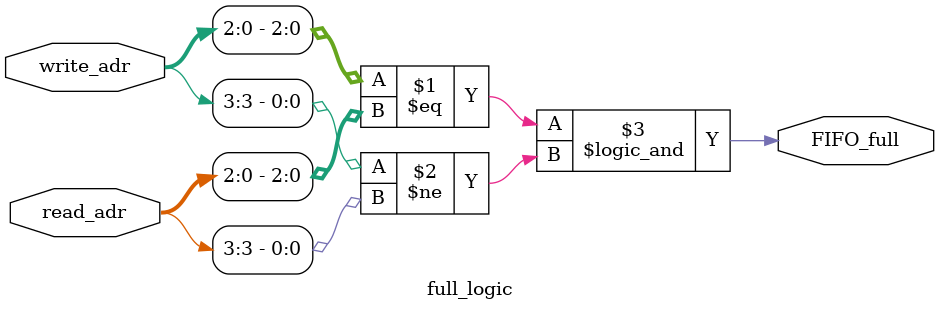
<source format=v>
`timescale 1ns / 1ps


module full_logic#(parameter depth = 8, parameter adr_width = $clog2(depth))(

    input wire [adr_width : 0] write_adr,
    input wire [adr_width : 0] read_adr,
    output wire FIFO_full

    );
    
    assign FIFO_full = (write_adr[adr_width-1:0] == read_adr[adr_width-1:0]) && (write_adr[adr_width] != read_adr[adr_width]);
    
endmodule

</source>
